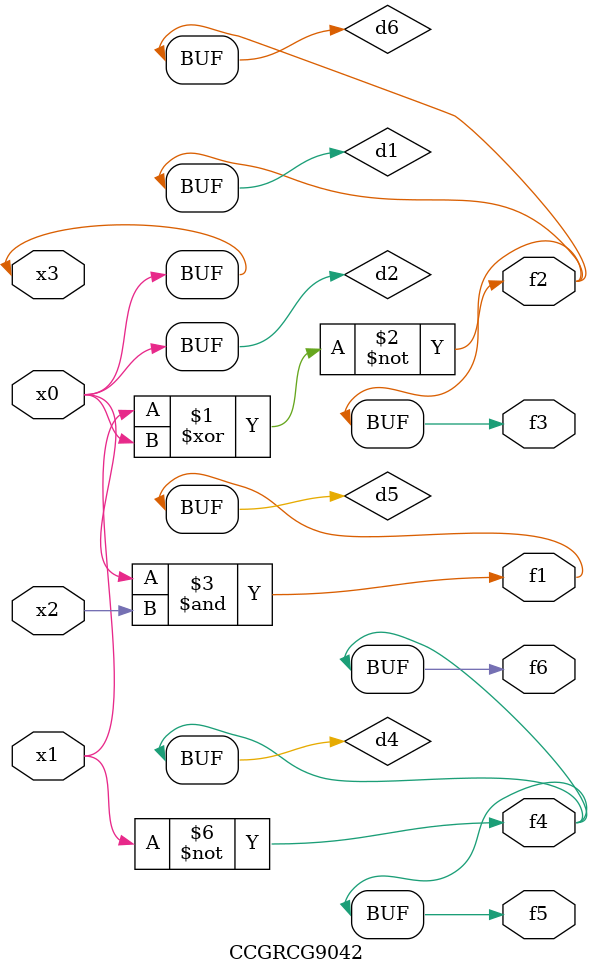
<source format=v>
module CCGRCG9042(
	input x0, x1, x2, x3,
	output f1, f2, f3, f4, f5, f6
);

	wire d1, d2, d3, d4, d5, d6;

	xnor (d1, x1, x3);
	buf (d2, x0, x3);
	nand (d3, x0, x2);
	not (d4, x1);
	nand (d5, d3);
	or (d6, d1);
	assign f1 = d5;
	assign f2 = d6;
	assign f3 = d6;
	assign f4 = d4;
	assign f5 = d4;
	assign f6 = d4;
endmodule

</source>
